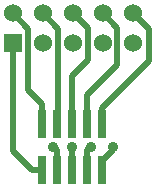
<source format=gtl>
G04 #@! TF.FileFunction,Copper,L1,Top,Signal*
%FSLAX46Y46*%
G04 Gerber Fmt 4.6, Leading zero omitted, Abs format (unit mm)*
G04 Created by KiCad (PCBNEW 4.0.1-stable) date Sunday, April 24, 2016 'PMt' 05:46:04 PM*
%MOMM*%
G01*
G04 APERTURE LIST*
%ADD10C,0.100000*%
%ADD11R,0.760000X2.400000*%
%ADD12R,1.524000X1.524000*%
%ADD13C,1.524000*%
%ADD14C,0.889000*%
%ADD15C,0.508000*%
%ADD16C,0.254000*%
G04 APERTURE END LIST*
D10*
D11*
X166400000Y-93050000D03*
X166400000Y-96950000D03*
X165130000Y-93050000D03*
X165130000Y-96950000D03*
X161320000Y-96950000D03*
X161320000Y-93050000D03*
X162590000Y-96950000D03*
X162590000Y-93050000D03*
X163860000Y-96950000D03*
X163860000Y-93050000D03*
D12*
X158830000Y-86200000D03*
D13*
X158830000Y-83660000D03*
X161370000Y-86200000D03*
X161370000Y-83660000D03*
X163910000Y-86200000D03*
X163910000Y-83660000D03*
X166450000Y-86200000D03*
X166450000Y-83660000D03*
X168990000Y-86200000D03*
X168990000Y-83660000D03*
D14*
X162260280Y-94973140D03*
X163868100Y-95001080D03*
X165491160Y-95003620D03*
X167319960Y-95013782D03*
D15*
X161320000Y-96950000D02*
X160432000Y-96950000D01*
X160432000Y-96950000D02*
X158830000Y-95348000D01*
X158830000Y-95348000D02*
X158830000Y-87470000D01*
X158830000Y-87470000D02*
X158830000Y-86200000D01*
X158830000Y-83660000D02*
X160157160Y-84987160D01*
X160157160Y-84987160D02*
X160157160Y-85608422D01*
X160157160Y-85608422D02*
X160150799Y-85614783D01*
X160150799Y-85614783D02*
X160150799Y-86785217D01*
X160150799Y-86785217D02*
X160157160Y-86791578D01*
X160157160Y-86791578D02*
X160157160Y-90179160D01*
X160157160Y-90179160D02*
X161320000Y-91342000D01*
X161320000Y-91342000D02*
X161320000Y-93050000D01*
X162321140Y-94973140D02*
X162260280Y-94973140D01*
X162590000Y-95242000D02*
X162321140Y-94973140D01*
X162590000Y-96950000D02*
X162590000Y-95242000D01*
D16*
X162590000Y-96130000D02*
X162590000Y-96950000D01*
D15*
X161370000Y-83660000D02*
X162664140Y-84954140D01*
X162664140Y-84954140D02*
X162664140Y-92975860D01*
X162664140Y-92975860D02*
X162590000Y-93050000D01*
X163860000Y-96950000D02*
X163860000Y-95009180D01*
X163860000Y-95009180D02*
X163868100Y-95001080D01*
D16*
X163890000Y-96920000D02*
X163860000Y-96950000D01*
D15*
X163910000Y-83660000D02*
X165186360Y-84936360D01*
X165186360Y-84936360D02*
X165186360Y-87632540D01*
X165186360Y-87632540D02*
X163860000Y-88958900D01*
X163860000Y-88958900D02*
X163860000Y-93050000D01*
X165130000Y-96950000D02*
X165130000Y-95242000D01*
X165368380Y-95003620D02*
X165491160Y-95003620D01*
X165130000Y-95242000D02*
X165368380Y-95003620D01*
D16*
X165130000Y-96950000D02*
X165130000Y-96130000D01*
D15*
X166450000Y-83660000D02*
X167698420Y-84908420D01*
X167698420Y-84908420D02*
X167698420Y-88036400D01*
X167698420Y-88036400D02*
X165130000Y-90604820D01*
X165130000Y-90604820D02*
X165130000Y-93050000D01*
X167319960Y-95210040D02*
X167319960Y-95013782D01*
X166400000Y-96130000D02*
X167319960Y-95210040D01*
X166400000Y-96950000D02*
X166400000Y-96130000D01*
D16*
X166430000Y-96920000D02*
X166400000Y-96950000D01*
D15*
X168990000Y-83660000D02*
X170350180Y-85020180D01*
X170350180Y-85020180D02*
X170350180Y-87729060D01*
X170350180Y-87729060D02*
X166400000Y-91679240D01*
X166400000Y-91679240D02*
X166400000Y-93050000D01*
M02*

</source>
